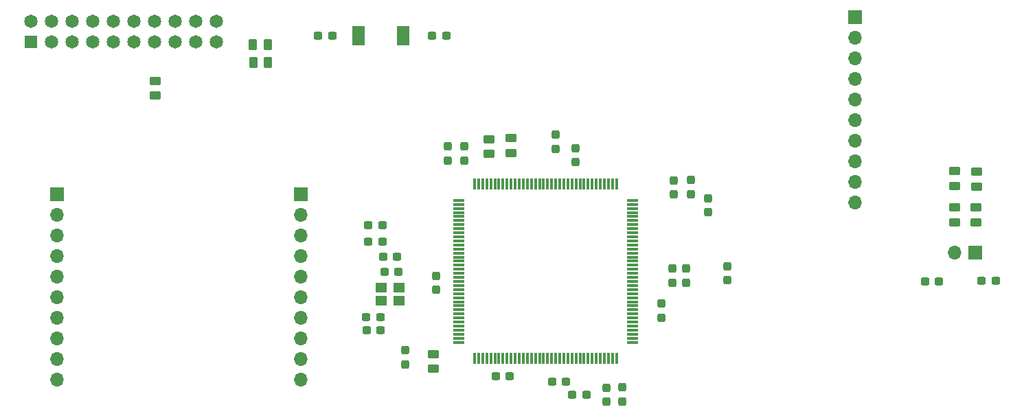
<source format=gbr>
%TF.GenerationSoftware,KiCad,Pcbnew,8.0.5*%
%TF.CreationDate,2025-01-29T19:48:31-05:00*%
%TF.ProjectId,Power_Supplies_DSP,506f7765-725f-4537-9570-706c6965735f,rev?*%
%TF.SameCoordinates,Original*%
%TF.FileFunction,Soldermask,Top*%
%TF.FilePolarity,Negative*%
%FSLAX46Y46*%
G04 Gerber Fmt 4.6, Leading zero omitted, Abs format (unit mm)*
G04 Created by KiCad (PCBNEW 8.0.5) date 2025-01-29 19:48:31*
%MOMM*%
%LPD*%
G01*
G04 APERTURE LIST*
G04 Aperture macros list*
%AMRoundRect*
0 Rectangle with rounded corners*
0 $1 Rounding radius*
0 $2 $3 $4 $5 $6 $7 $8 $9 X,Y pos of 4 corners*
0 Add a 4 corners polygon primitive as box body*
4,1,4,$2,$3,$4,$5,$6,$7,$8,$9,$2,$3,0*
0 Add four circle primitives for the rounded corners*
1,1,$1+$1,$2,$3*
1,1,$1+$1,$4,$5*
1,1,$1+$1,$6,$7*
1,1,$1+$1,$8,$9*
0 Add four rect primitives between the rounded corners*
20,1,$1+$1,$2,$3,$4,$5,0*
20,1,$1+$1,$4,$5,$6,$7,0*
20,1,$1+$1,$6,$7,$8,$9,0*
20,1,$1+$1,$8,$9,$2,$3,0*%
G04 Aperture macros list end*
%ADD10R,1.650000X1.650000*%
%ADD11C,1.650000*%
%ADD12RoundRect,0.250000X0.262500X0.450000X-0.262500X0.450000X-0.262500X-0.450000X0.262500X-0.450000X0*%
%ADD13RoundRect,0.237500X-0.237500X0.300000X-0.237500X-0.300000X0.237500X-0.300000X0.237500X0.300000X0*%
%ADD14R,1.500000X2.400000*%
%ADD15RoundRect,0.237500X0.300000X0.237500X-0.300000X0.237500X-0.300000X-0.237500X0.300000X-0.237500X0*%
%ADD16RoundRect,0.237500X0.237500X-0.300000X0.237500X0.300000X-0.237500X0.300000X-0.237500X-0.300000X0*%
%ADD17RoundRect,0.237500X-0.300000X-0.237500X0.300000X-0.237500X0.300000X0.237500X-0.300000X0.237500X0*%
%ADD18RoundRect,0.250000X0.450000X-0.262500X0.450000X0.262500X-0.450000X0.262500X-0.450000X-0.262500X0*%
%ADD19RoundRect,0.250000X-0.450000X0.262500X-0.450000X-0.262500X0.450000X-0.262500X0.450000X0.262500X0*%
%ADD20R,1.475000X0.300000*%
%ADD21R,0.300000X1.475000*%
%ADD22R,1.397000X1.193800*%
%ADD23R,1.700000X1.700000*%
%ADD24O,1.700000X1.700000*%
G04 APERTURE END LIST*
D10*
%TO.C,J7*%
X147950000Y-122950000D03*
D11*
X147950000Y-120410000D03*
X150490000Y-122950000D03*
X150490000Y-120410000D03*
X153030000Y-122950000D03*
X153030000Y-120410000D03*
X155570000Y-122950000D03*
X155570000Y-120410000D03*
X158110000Y-122950000D03*
X158110000Y-120410000D03*
X160650000Y-122950000D03*
X160650000Y-120410000D03*
X163190000Y-122950000D03*
X163190000Y-120410000D03*
X165730000Y-122950000D03*
X165730000Y-120410000D03*
X168270000Y-122950000D03*
X168270000Y-120410000D03*
X170810000Y-122950000D03*
X170810000Y-120410000D03*
%TD*%
D12*
%TO.C,R15*%
X177137500Y-123275000D03*
X175312500Y-123275000D03*
%TD*%
D13*
%TO.C,C16*%
X197850000Y-151812500D03*
X197850000Y-153537500D03*
%TD*%
D12*
%TO.C,R14*%
X177162500Y-125550000D03*
X175337500Y-125550000D03*
%TD*%
D14*
%TO.C,X3*%
X188350000Y-122250000D03*
X193850000Y-122250000D03*
%TD*%
D15*
%TO.C,C28*%
X259887500Y-152497500D03*
X258162500Y-152497500D03*
%TD*%
D16*
%TO.C,C18*%
X231375000Y-144012500D03*
X231375000Y-142287500D03*
%TD*%
D17*
%TO.C,C5*%
X212187500Y-164875000D03*
X213912500Y-164875000D03*
%TD*%
D16*
%TO.C,C11*%
X199300000Y-137587500D03*
X199300000Y-135862500D03*
%TD*%
D18*
%TO.C,R7*%
X207150000Y-136662500D03*
X207150000Y-134837500D03*
%TD*%
D19*
%TO.C,R5*%
X197575000Y-161487500D03*
X197575000Y-163312500D03*
%TD*%
D20*
%TO.C,U2*%
X200637000Y-142525000D03*
X200637000Y-143025000D03*
X200637000Y-143525000D03*
X200637000Y-144025000D03*
X200637000Y-144525000D03*
X200637000Y-145025000D03*
X200637000Y-145525000D03*
X200637000Y-146025000D03*
X200637000Y-146525000D03*
X200637000Y-147025000D03*
X200637000Y-147525000D03*
X200637000Y-148025000D03*
X200637000Y-148525000D03*
X200637000Y-149025000D03*
X200637000Y-149525000D03*
X200637000Y-150025000D03*
X200637000Y-150525000D03*
X200637000Y-151025000D03*
X200637000Y-151525000D03*
X200637000Y-152025000D03*
X200637000Y-152525000D03*
X200637000Y-153025000D03*
X200637000Y-153525000D03*
X200637000Y-154025000D03*
X200637000Y-154525000D03*
X200637000Y-155025000D03*
X200637000Y-155525000D03*
X200637000Y-156025000D03*
X200637000Y-156525000D03*
X200637000Y-157025000D03*
X200637000Y-157525000D03*
X200637000Y-158025000D03*
X200637000Y-158525000D03*
X200637000Y-159025000D03*
X200637000Y-159525000D03*
X200637000Y-160025000D03*
D21*
X202625000Y-162013000D03*
X203125000Y-162013000D03*
X203625000Y-162013000D03*
X204125000Y-162013000D03*
X204625000Y-162013000D03*
X205125000Y-162013000D03*
X205625000Y-162013000D03*
X206125000Y-162013000D03*
X206625000Y-162013000D03*
X207125000Y-162013000D03*
X207625000Y-162013000D03*
X208125000Y-162013000D03*
X208625000Y-162013000D03*
X209125000Y-162013000D03*
X209625000Y-162013000D03*
X210125000Y-162013000D03*
X210625000Y-162013000D03*
X211125000Y-162013000D03*
X211625000Y-162013000D03*
X212125000Y-162013000D03*
X212625000Y-162013000D03*
X213125000Y-162013000D03*
X213625000Y-162013000D03*
X214125000Y-162013000D03*
X214625000Y-162013000D03*
X215125000Y-162013000D03*
X215625000Y-162013000D03*
X216125000Y-162013000D03*
X216625000Y-162013000D03*
X217125000Y-162013000D03*
X217625000Y-162013000D03*
X218125000Y-162013000D03*
X218625000Y-162013000D03*
X219125000Y-162013000D03*
X219625000Y-162013000D03*
X220125000Y-162013000D03*
D20*
X222113000Y-160025000D03*
X222113000Y-159525000D03*
X222113000Y-159025000D03*
X222113000Y-158525000D03*
X222113000Y-158025000D03*
X222113000Y-157525000D03*
X222113000Y-157025000D03*
X222113000Y-156525000D03*
X222113000Y-156025000D03*
X222113000Y-155525000D03*
X222113000Y-155025000D03*
X222113000Y-154525000D03*
X222113000Y-154025000D03*
X222113000Y-153525000D03*
X222113000Y-153025000D03*
X222113000Y-152525000D03*
X222113000Y-152025000D03*
X222113000Y-151525000D03*
X222113000Y-151025000D03*
X222113000Y-150525000D03*
X222113000Y-150025000D03*
X222113000Y-149525000D03*
X222113000Y-149025000D03*
X222113000Y-148525000D03*
X222113000Y-148025000D03*
X222113000Y-147525000D03*
X222113000Y-147025000D03*
X222113000Y-146525000D03*
X222113000Y-146025000D03*
X222113000Y-145525000D03*
X222113000Y-145025000D03*
X222113000Y-144525000D03*
X222113000Y-144025000D03*
X222113000Y-143525000D03*
X222113000Y-143025000D03*
X222113000Y-142525000D03*
D21*
X220125000Y-140537000D03*
X219625000Y-140537000D03*
X219125000Y-140537000D03*
X218625000Y-140537000D03*
X218125000Y-140537000D03*
X217625000Y-140537000D03*
X217125000Y-140537000D03*
X216625000Y-140537000D03*
X216125000Y-140537000D03*
X215625000Y-140537000D03*
X215125000Y-140537000D03*
X214625000Y-140537000D03*
X214125000Y-140537000D03*
X213625000Y-140537000D03*
X213125000Y-140537000D03*
X212625000Y-140537000D03*
X212125000Y-140537000D03*
X211625000Y-140537000D03*
X211125000Y-140537000D03*
X210625000Y-140537000D03*
X210125000Y-140537000D03*
X209625000Y-140537000D03*
X209125000Y-140537000D03*
X208625000Y-140537000D03*
X208125000Y-140537000D03*
X207625000Y-140537000D03*
X207125000Y-140537000D03*
X206625000Y-140537000D03*
X206125000Y-140537000D03*
X205625000Y-140537000D03*
X205125000Y-140537000D03*
X204625000Y-140537000D03*
X204125000Y-140537000D03*
X203625000Y-140537000D03*
X203125000Y-140537000D03*
X202625000Y-140537000D03*
%TD*%
D15*
%TO.C,C26*%
X193262500Y-151325000D03*
X191537500Y-151325000D03*
%TD*%
D16*
%TO.C,C10*%
X201375000Y-137612500D03*
X201375000Y-135887500D03*
%TD*%
D15*
%TO.C,C19*%
X216387500Y-166525000D03*
X214662500Y-166525000D03*
%TD*%
D13*
%TO.C,C9*%
X220825000Y-165587500D03*
X220825000Y-167312500D03*
%TD*%
D18*
%TO.C,R6*%
X204425000Y-136812500D03*
X204425000Y-134987500D03*
%TD*%
D15*
%TO.C,C13*%
X191237500Y-147600000D03*
X189512500Y-147600000D03*
%TD*%
D13*
%TO.C,C4*%
X218850000Y-165637500D03*
X218850000Y-167362500D03*
%TD*%
D16*
%TO.C,C3*%
X225650000Y-156987500D03*
X225650000Y-155262500D03*
%TD*%
D15*
%TO.C,C25*%
X190987500Y-156925000D03*
X189262500Y-156925000D03*
%TD*%
D13*
%TO.C,C21*%
X227000000Y-150937500D03*
X227000000Y-152662500D03*
%TD*%
D15*
%TO.C,C27*%
X266862500Y-152472500D03*
X265137500Y-152472500D03*
%TD*%
D19*
%TO.C,R11*%
X261825000Y-143387500D03*
X261825000Y-145212500D03*
%TD*%
D16*
%TO.C,C15*%
X227200000Y-141787500D03*
X227200000Y-140062500D03*
%TD*%
D19*
%TO.C,R8*%
X264500000Y-138987500D03*
X264500000Y-140812500D03*
%TD*%
D13*
%TO.C,C8*%
X194100000Y-161012500D03*
X194100000Y-162737500D03*
%TD*%
D19*
%TO.C,R10*%
X261800000Y-138937500D03*
X261800000Y-140762500D03*
%TD*%
D16*
%TO.C,C30*%
X212575000Y-136150000D03*
X212575000Y-134425000D03*
%TD*%
%TO.C,C29*%
X215100000Y-137825000D03*
X215100000Y-136100000D03*
%TD*%
D22*
%TO.C,X4*%
X193273000Y-153260749D03*
X191073000Y-153260749D03*
X191073000Y-154860751D03*
X193273000Y-154860751D03*
%TD*%
D18*
%TO.C,R13*%
X163250000Y-129612500D03*
X163250000Y-127787500D03*
%TD*%
D13*
%TO.C,C20*%
X228700000Y-150937500D03*
X228700000Y-152662500D03*
%TD*%
D19*
%TO.C,R9*%
X264450000Y-143412500D03*
X264450000Y-145237500D03*
%TD*%
D15*
%TO.C,C14*%
X193075000Y-149450000D03*
X191350000Y-149450000D03*
%TD*%
D23*
%TO.C,J6*%
X249500000Y-119905000D03*
D24*
X249500000Y-122445000D03*
X249500000Y-124985000D03*
X249500000Y-127525000D03*
X249500000Y-130065000D03*
X249500000Y-132605000D03*
X249500000Y-135145000D03*
X249500000Y-137685000D03*
X249500000Y-140225000D03*
X249500000Y-142765000D03*
%TD*%
D15*
%TO.C,C12*%
X191262500Y-145575000D03*
X189537500Y-145575000D03*
%TD*%
%TO.C,C22*%
X191012500Y-158500000D03*
X189287500Y-158500000D03*
%TD*%
D17*
%TO.C,C24*%
X197387500Y-122225000D03*
X199112500Y-122225000D03*
%TD*%
D13*
%TO.C,C17*%
X233800000Y-150637500D03*
X233800000Y-152362500D03*
%TD*%
D15*
%TO.C,C23*%
X185062500Y-122200000D03*
X183337500Y-122200000D03*
%TD*%
D17*
%TO.C,C7*%
X205237500Y-164200000D03*
X206962500Y-164200000D03*
%TD*%
D23*
%TO.C,J5*%
X264375000Y-148997500D03*
D24*
X261835000Y-148997500D03*
%TD*%
D16*
%TO.C,C6*%
X229275000Y-141762500D03*
X229275000Y-140037500D03*
%TD*%
D23*
%TO.C,J4*%
X181175000Y-141770000D03*
D24*
X181175000Y-144310000D03*
X181175000Y-146850000D03*
X181175000Y-149390000D03*
X181175000Y-151930000D03*
X181175000Y-154470000D03*
X181175000Y-157010000D03*
X181175000Y-159550000D03*
X181175000Y-162090000D03*
X181175000Y-164630000D03*
%TD*%
D23*
%TO.C,J1*%
X151175000Y-141770000D03*
D24*
X151175000Y-144310000D03*
X151175000Y-146850000D03*
X151175000Y-149390000D03*
X151175000Y-151930000D03*
X151175000Y-154470000D03*
X151175000Y-157010000D03*
X151175000Y-159550000D03*
X151175000Y-162090000D03*
X151175000Y-164630000D03*
%TD*%
M02*

</source>
